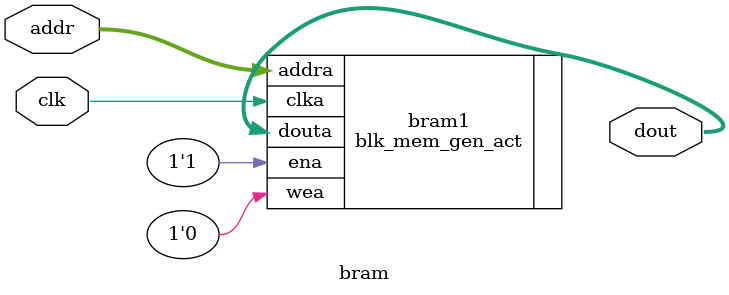
<source format=v>
`timescale 1ns / 1ps


module bram(
    input wire clk,
    input wire [15:0] addr,
    output wire [63:0] dout
    );
    blk_mem_gen_act bram1(
        .clka(clk),
        .ena(1'b1),
        .wea(1'b0),
        .addra(addr),
        .douta(dout)
    );
endmodule

</source>
